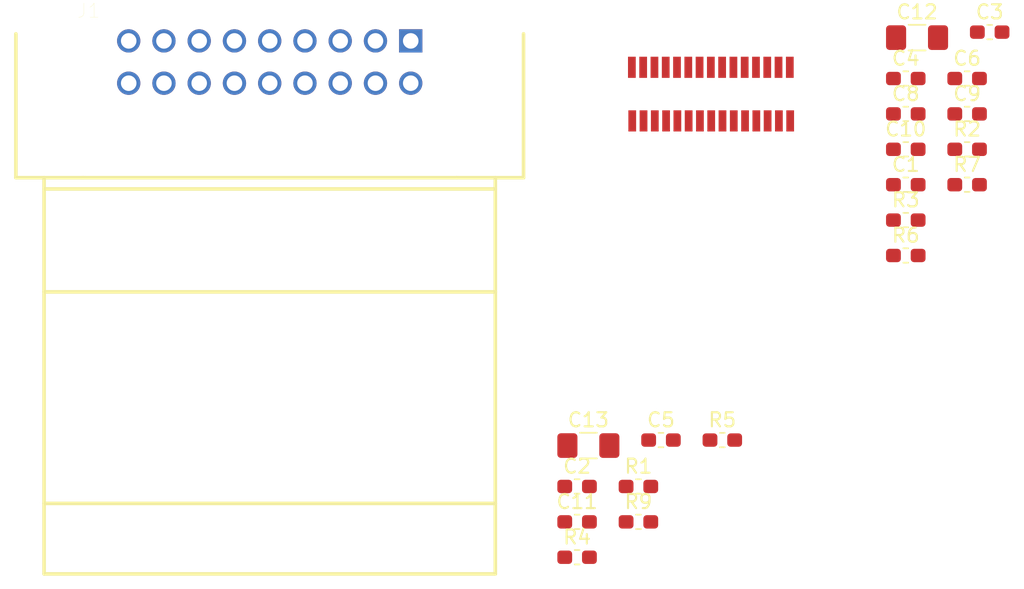
<source format=kicad_pcb>
(kicad_pcb (version 20171130) (host pcbnew "(5.1.2)-2")

  (general
    (thickness 1.6)
    (drawings 0)
    (tracks 0)
    (zones 0)
    (modules 22)
    (nets 46)
  )

  (page A4)
  (layers
    (0 F.Cu signal)
    (31 B.Cu signal)
    (32 B.Adhes user)
    (33 F.Adhes user)
    (34 B.Paste user)
    (35 F.Paste user)
    (36 B.SilkS user)
    (37 F.SilkS user)
    (38 B.Mask user)
    (39 F.Mask user)
    (40 Dwgs.User user)
    (41 Cmts.User user)
    (42 Eco1.User user)
    (43 Eco2.User user)
    (44 Edge.Cuts user)
    (45 Margin user)
    (46 B.CrtYd user)
    (47 F.CrtYd user)
    (48 B.Fab user)
    (49 F.Fab user)
  )

  (setup
    (last_trace_width 0.25)
    (trace_clearance 0.2)
    (zone_clearance 0.508)
    (zone_45_only no)
    (trace_min 0.2)
    (via_size 0.8)
    (via_drill 0.4)
    (via_min_size 0.4)
    (via_min_drill 0.3)
    (uvia_size 0.3)
    (uvia_drill 0.1)
    (uvias_allowed no)
    (uvia_min_size 0.2)
    (uvia_min_drill 0.1)
    (edge_width 0.1)
    (segment_width 0.2)
    (pcb_text_width 0.3)
    (pcb_text_size 1.5 1.5)
    (mod_edge_width 0.15)
    (mod_text_size 1 1)
    (mod_text_width 0.15)
    (pad_size 1.524 1.524)
    (pad_drill 0.762)
    (pad_to_mask_clearance 0)
    (aux_axis_origin 0 0)
    (visible_elements FFFFFF7F)
    (pcbplotparams
      (layerselection 0x010fc_ffffffff)
      (usegerberextensions false)
      (usegerberattributes false)
      (usegerberadvancedattributes false)
      (creategerberjobfile false)
      (excludeedgelayer true)
      (linewidth 0.100000)
      (plotframeref false)
      (viasonmask false)
      (mode 1)
      (useauxorigin false)
      (hpglpennumber 1)
      (hpglpenspeed 20)
      (hpglpendiameter 15.000000)
      (psnegative false)
      (psa4output false)
      (plotreference true)
      (plotvalue true)
      (plotinvisibletext false)
      (padsonsilk false)
      (subtractmaskfromsilk false)
      (outputformat 1)
      (mirror false)
      (drillshape 1)
      (scaleselection 1)
      (outputdirectory ""))
  )

  (net 0 "")
  (net 1 GND)
  (net 2 TPS1_Filtered)
  (net 3 TPS2_Filtered)
  (net 4 PWR)
  (net 5 Feedback)
  (net 6 OUT1)
  (net 7 OUT2)
  (net 8 "Net-(C10-Pad2)")
  (net 9 "Net-(J1-Pad3)")
  (net 10 "Net-(J1-Pad4)")
  (net 11 "Net-(J1-Pad5)")
  (net 12 "Net-(J1-Pad6)")
  (net 13 "Net-(J1-Pad7)")
  (net 14 "Net-(J1-Pad8)")
  (net 15 "Net-(J1-Pad9)")
  (net 16 "Net-(J1-Pad12)")
  (net 17 "Net-(J1-Pad13)")
  (net 18 "Net-(J1-Pad14)")
  (net 19 "Net-(J1-Pad15)")
  (net 20 "Net-(J1-Pad16)")
  (net 21 "Net-(J1-Pad17)")
  (net 22 "Net-(J1-Pad18)")
  (net 23 TPS1)
  (net 24 TPS2)
  (net 25 "Net-(D3-Pad1)")
  (net 26 "Net-(D5-Pad1)")
  (net 27 +5V)
  (net 28 SFlag)
  (net 29 CANL)
  (net 30 CANH)
  (net 31 "Net-(U1-Pad25)")
  (net 32 "Net-(U1-Pad23)")
  (net 33 "Net-(U1-Pad22)")
  (net 34 "Net-(U1-Pad20)")
  (net 35 "Net-(U1-Pad17)")
  (net 36 EN_D2)
  (net 37 "Net-(U1-Pad14)")
  (net 38 D1)
  (net 39 "Net-(U1-Pad12)")
  (net 40 "Net-(U1-Pad11)")
  (net 41 "Net-(U1-Pad10)")
  (net 42 "Net-(U1-Pad7)")
  (net 43 "Net-(U1-Pad5)")
  (net 44 "Net-(U1-Pad3)")
  (net 45 "Net-(U1-Pad1)")

  (net_class Default "This is the default net class."
    (clearance 0.2)
    (trace_width 0.25)
    (via_dia 0.8)
    (via_drill 0.4)
    (uvia_dia 0.3)
    (uvia_drill 0.1)
    (add_net +5V)
    (add_net CANH)
    (add_net CANL)
    (add_net D1)
    (add_net EN_D2)
    (add_net Feedback)
    (add_net GND)
    (add_net "Net-(C10-Pad2)")
    (add_net "Net-(D3-Pad1)")
    (add_net "Net-(D5-Pad1)")
    (add_net "Net-(J1-Pad12)")
    (add_net "Net-(J1-Pad13)")
    (add_net "Net-(J1-Pad14)")
    (add_net "Net-(J1-Pad15)")
    (add_net "Net-(J1-Pad16)")
    (add_net "Net-(J1-Pad17)")
    (add_net "Net-(J1-Pad18)")
    (add_net "Net-(J1-Pad3)")
    (add_net "Net-(J1-Pad4)")
    (add_net "Net-(J1-Pad5)")
    (add_net "Net-(J1-Pad6)")
    (add_net "Net-(J1-Pad7)")
    (add_net "Net-(J1-Pad8)")
    (add_net "Net-(J1-Pad9)")
    (add_net "Net-(U1-Pad1)")
    (add_net "Net-(U1-Pad10)")
    (add_net "Net-(U1-Pad11)")
    (add_net "Net-(U1-Pad12)")
    (add_net "Net-(U1-Pad14)")
    (add_net "Net-(U1-Pad17)")
    (add_net "Net-(U1-Pad20)")
    (add_net "Net-(U1-Pad22)")
    (add_net "Net-(U1-Pad23)")
    (add_net "Net-(U1-Pad25)")
    (add_net "Net-(U1-Pad3)")
    (add_net "Net-(U1-Pad5)")
    (add_net "Net-(U1-Pad7)")
    (add_net OUT1)
    (add_net OUT2)
    (add_net PWR)
    (add_net SFlag)
    (add_net TPS1)
    (add_net TPS1_Filtered)
    (add_net TPS2)
    (add_net TPS2_Filtered)
  )

  (module ETBC_2020:ACM_2020_Footprint_wo_silk (layer F.Cu) (tedit 5E323B5E) (tstamp 5E5E88F5)
    (at 143.871835 99.4676)
    (descr IL-WX-10SB-VF-BE)
    (tags Connector)
    (path /5E29AD50)
    (fp_text reference U1 (at -0.127 0 180) (layer Eco1.User)
      (effects (font (size 1.27 1.27) (thickness 0.254)))
    )
    (fp_text value ACM_2020 (at 0.254 4.445 180) (layer Eco1.User) hide
      (effects (font (size 1.27 1.27) (thickness 0.254)))
    )
    (fp_text user %R (at -0.127 0 180) (layer F.Fab)
      (effects (font (size 1.27 1.27) (thickness 0.254)))
    )
    (fp_line (start -5.842 -1.6) (end 5.873 -1.6) (layer F.Fab) (width 0.2))
    (fp_line (start 5.873 -1.6) (end 5.873 1.6) (layer F.Fab) (width 0.2))
    (fp_line (start 5.873 1.6) (end -5.842 1.6) (layer F.Fab) (width 0.2))
    (fp_line (start -5.842 1.6) (end -5.842 -1.6) (layer F.Fab) (width 0.2))
    (fp_line (start -6.9 -3.65) (end 6.9 -3.65) (layer F.CrtYd) (width 0.1))
    (fp_line (start 6.9 -3.65) (end 6.9 3.65) (layer F.CrtYd) (width 0.1))
    (fp_line (start 6.9 3.65) (end -6.9 3.65) (layer F.CrtYd) (width 0.1))
    (fp_line (start -6.9 3.65) (end -6.9 -3.65) (layer F.CrtYd) (width 0.1))
    (fp_line (start -11 -5) (end 11 -5) (layer Dwgs.User) (width 0.3))
    (fp_line (start -11 -5) (end -11 20) (layer Dwgs.User) (width 0.3))
    (fp_line (start 11 22.634393) (end -9.026231 22.634393) (layer Dwgs.User) (width 0.3))
    (fp_line (start 11 -5) (end 11 22.634393) (layer Dwgs.User) (width 0.3))
    (fp_arc (start -8.5635 20.2311) (end -11 20) (angle -84.5) (layer Dwgs.User) (width 0.3))
    (pad 30 smd rect (at -5.6 -1.9) (size 0.55 1.5) (layers F.Cu F.Paste F.Mask)
      (net 4 PWR))
    (pad 29 smd rect (at -5.5746 1.9) (size 0.55 1.5) (layers F.Cu F.Paste F.Mask)
      (net 29 CANL))
    (pad 28 smd rect (at -4.8 -1.9) (size 0.55 1.5) (layers F.Cu F.Paste F.Mask)
      (net 27 +5V))
    (pad 27 smd rect (at -4.7746 1.9) (size 0.55 1.5) (layers F.Cu F.Paste F.Mask)
      (net 30 CANH))
    (pad 26 smd rect (at -4 -1.9) (size 0.55 1.5) (layers F.Cu F.Paste F.Mask)
      (net 27 +5V))
    (pad 25 smd rect (at -3.9746 1.9) (size 0.55 1.5) (layers F.Cu F.Paste F.Mask)
      (net 31 "Net-(U1-Pad25)"))
    (pad 24 smd rect (at -3.2 -1.9) (size 0.55 1.5) (layers F.Cu F.Paste F.Mask)
      (net 27 +5V))
    (pad 23 smd rect (at -3.1746 1.9) (size 0.55 1.5) (layers F.Cu F.Paste F.Mask)
      (net 32 "Net-(U1-Pad23)"))
    (pad 22 smd rect (at -2.4 -1.9) (size 0.55 1.5) (layers F.Cu F.Paste F.Mask)
      (net 33 "Net-(U1-Pad22)"))
    (pad 21 smd rect (at -2.3746 1.9) (size 0.55 1.5) (layers F.Cu F.Paste F.Mask)
      (net 1 GND))
    (pad 20 smd rect (at -1.6 -1.9) (size 0.55 1.5) (layers F.Cu F.Paste F.Mask)
      (net 34 "Net-(U1-Pad20)"))
    (pad 19 smd rect (at -1.5746 1.9) (size 0.55 1.5) (layers F.Cu F.Paste F.Mask)
      (net 1 GND))
    (pad 18 smd rect (at -0.8 -1.9) (size 0.55 1.5) (layers F.Cu F.Paste F.Mask)
      (net 1 GND))
    (pad 17 smd rect (at -0.7746 1.9) (size 0.55 1.5) (layers F.Cu F.Paste F.Mask)
      (net 35 "Net-(U1-Pad17)"))
    (pad 16 smd rect (at 0 -1.9) (size 0.55 1.5) (layers F.Cu F.Paste F.Mask)
      (net 1 GND))
    (pad 15 smd rect (at 0.0254 1.9) (size 0.55 1.5) (layers F.Cu F.Paste F.Mask)
      (net 36 EN_D2))
    (pad 14 smd rect (at 0.8 -1.9) (size 0.55 1.5) (layers F.Cu F.Paste F.Mask)
      (net 37 "Net-(U1-Pad14)"))
    (pad 13 smd rect (at 0.8254 1.9) (size 0.55 1.5) (layers F.Cu F.Paste F.Mask)
      (net 38 D1))
    (pad 12 smd rect (at 1.6 -1.9) (size 0.55 1.5) (layers F.Cu F.Paste F.Mask)
      (net 39 "Net-(U1-Pad12)"))
    (pad 11 smd rect (at 1.6254 1.9) (size 0.55 1.5) (layers F.Cu F.Paste F.Mask)
      (net 40 "Net-(U1-Pad11)"))
    (pad 10 smd rect (at 2.4 -1.9) (size 0.55 1.5) (layers F.Cu F.Paste F.Mask)
      (net 41 "Net-(U1-Pad10)"))
    (pad 9 smd rect (at 2.4254 1.9) (size 0.55 1.5) (layers F.Cu F.Paste F.Mask)
      (net 1 GND))
    (pad 8 smd rect (at 3.2 -1.9) (size 0.55 1.5) (layers F.Cu F.Paste F.Mask)
      (net 5 Feedback))
    (pad 7 smd rect (at 3.2254 1.9) (size 0.55 1.5) (layers F.Cu F.Paste F.Mask)
      (net 42 "Net-(U1-Pad7)"))
    (pad 6 smd rect (at 4 -1.9) (size 0.55 1.5) (layers F.Cu F.Paste F.Mask)
      (net 28 SFlag))
    (pad 5 smd rect (at 4.0254 1.9) (size 0.55 1.5) (layers F.Cu F.Paste F.Mask)
      (net 43 "Net-(U1-Pad5)"))
    (pad 4 smd rect (at 4.8 -1.9) (size 0.55 1.5) (layers F.Cu F.Paste F.Mask)
      (net 2 TPS1_Filtered))
    (pad 3 smd rect (at 4.8254 1.9) (size 0.55 1.5) (layers F.Cu F.Paste F.Mask)
      (net 44 "Net-(U1-Pad3)"))
    (pad 2 smd rect (at 5.6 -1.9) (size 0.55 1.5) (layers F.Cu F.Paste F.Mask)
      (net 3 TPS2_Filtered))
    (pad 1 smd rect (at 5.6254 1.9) (size 0.55 1.5) (layers F.Cu F.Paste F.Mask)
      (net 45 "Net-(U1-Pad1)"))
    (pad "" np_thru_hole circle (at -6.5 1.3) (size 0.7 0.7) (drill 0.7) (layers *.Cu *.Mask))
    (pad "" np_thru_hole circle (at 6.5 -1.3) (size 0.7 0.7) (drill 0.7) (layers *.Cu *.Mask))
    (pad "" np_thru_hole circle (at -8.422 19.912) (size 2.2 2.2) (drill 2.2) (layers *.Cu *.Mask))
    (model ${KIPRJMOD}/3d_objects/ACM-connector-pcb.step
      (offset (xyz -5.75 -0.75 1.25))
      (scale (xyz 1 1 1))
      (rotate (xyz -90 0 0))
    )
    (model ${KIPRJMOD}/3d_objects/ACM-pcb.wrl
      (offset (xyz -75.7 70.2 5.35))
      (scale (xyz 0.4 0.4 0.4))
      (rotate (xyz 0 0 0))
    )
  )

  (module Resistor_SMD:R_0603_1608Metric_Pad1.05x0.95mm_HandSolder (layer F.Cu) (tedit 5B301BBD) (tstamp 5E5E88C2)
    (at 138.7359 129.8026)
    (descr "Resistor SMD 0603 (1608 Metric), square (rectangular) end terminal, IPC_7351 nominal with elongated pad for handsoldering. (Body size source: http://www.tortai-tech.com/upload/download/2011102023233369053.pdf), generated with kicad-footprint-generator")
    (tags "resistor handsolder")
    (path /5E339186)
    (attr smd)
    (fp_text reference R9 (at 0 -1.43) (layer F.SilkS)
      (effects (font (size 1 1) (thickness 0.15)))
    )
    (fp_text value 4.7K (at 0 1.43) (layer F.Fab)
      (effects (font (size 1 1) (thickness 0.15)))
    )
    (fp_text user %R (at 0 0) (layer F.Fab)
      (effects (font (size 0.4 0.4) (thickness 0.06)))
    )
    (fp_line (start 1.65 0.73) (end -1.65 0.73) (layer F.CrtYd) (width 0.05))
    (fp_line (start 1.65 -0.73) (end 1.65 0.73) (layer F.CrtYd) (width 0.05))
    (fp_line (start -1.65 -0.73) (end 1.65 -0.73) (layer F.CrtYd) (width 0.05))
    (fp_line (start -1.65 0.73) (end -1.65 -0.73) (layer F.CrtYd) (width 0.05))
    (fp_line (start -0.171267 0.51) (end 0.171267 0.51) (layer F.SilkS) (width 0.12))
    (fp_line (start -0.171267 -0.51) (end 0.171267 -0.51) (layer F.SilkS) (width 0.12))
    (fp_line (start 0.8 0.4) (end -0.8 0.4) (layer F.Fab) (width 0.1))
    (fp_line (start 0.8 -0.4) (end 0.8 0.4) (layer F.Fab) (width 0.1))
    (fp_line (start -0.8 -0.4) (end 0.8 -0.4) (layer F.Fab) (width 0.1))
    (fp_line (start -0.8 0.4) (end -0.8 -0.4) (layer F.Fab) (width 0.1))
    (pad 2 smd roundrect (at 0.875 0) (size 1.05 0.95) (layers F.Cu F.Paste F.Mask) (roundrect_rratio 0.25)
      (net 27 +5V))
    (pad 1 smd roundrect (at -0.875 0) (size 1.05 0.95) (layers F.Cu F.Paste F.Mask) (roundrect_rratio 0.25)
      (net 28 SFlag))
    (model ${KISYS3DMOD}/Resistor_SMD.3dshapes/R_0603_1608Metric.wrl
      (at (xyz 0 0 0))
      (scale (xyz 1 1 1))
      (rotate (xyz 0 0 0))
    )
  )

  (module Resistor_SMD:R_0603_1608Metric_Pad1.05x0.95mm_HandSolder (layer F.Cu) (tedit 5B301BBD) (tstamp 5E5E88B1)
    (at 162.0459 105.8926)
    (descr "Resistor SMD 0603 (1608 Metric), square (rectangular) end terminal, IPC_7351 nominal with elongated pad for handsoldering. (Body size source: http://www.tortai-tech.com/upload/download/2011102023233369053.pdf), generated with kicad-footprint-generator")
    (tags "resistor handsolder")
    (path /5E33DEA1)
    (attr smd)
    (fp_text reference R7 (at 0 -1.43) (layer F.SilkS)
      (effects (font (size 1 1) (thickness 0.15)))
    )
    (fp_text value 10K (at 0 1.43) (layer F.Fab)
      (effects (font (size 1 1) (thickness 0.15)))
    )
    (fp_text user %R (at 0 0) (layer F.Fab)
      (effects (font (size 0.4 0.4) (thickness 0.06)))
    )
    (fp_line (start 1.65 0.73) (end -1.65 0.73) (layer F.CrtYd) (width 0.05))
    (fp_line (start 1.65 -0.73) (end 1.65 0.73) (layer F.CrtYd) (width 0.05))
    (fp_line (start -1.65 -0.73) (end 1.65 -0.73) (layer F.CrtYd) (width 0.05))
    (fp_line (start -1.65 0.73) (end -1.65 -0.73) (layer F.CrtYd) (width 0.05))
    (fp_line (start -0.171267 0.51) (end 0.171267 0.51) (layer F.SilkS) (width 0.12))
    (fp_line (start -0.171267 -0.51) (end 0.171267 -0.51) (layer F.SilkS) (width 0.12))
    (fp_line (start 0.8 0.4) (end -0.8 0.4) (layer F.Fab) (width 0.1))
    (fp_line (start 0.8 -0.4) (end 0.8 0.4) (layer F.Fab) (width 0.1))
    (fp_line (start -0.8 -0.4) (end 0.8 -0.4) (layer F.Fab) (width 0.1))
    (fp_line (start -0.8 0.4) (end -0.8 -0.4) (layer F.Fab) (width 0.1))
    (pad 2 smd roundrect (at 0.875 0) (size 1.05 0.95) (layers F.Cu F.Paste F.Mask) (roundrect_rratio 0.25)
      (net 6 OUT1))
    (pad 1 smd roundrect (at -0.875 0) (size 1.05 0.95) (layers F.Cu F.Paste F.Mask) (roundrect_rratio 0.25)
      (net 26 "Net-(D5-Pad1)"))
    (model ${KISYS3DMOD}/Resistor_SMD.3dshapes/R_0603_1608Metric.wrl
      (at (xyz 0 0 0))
      (scale (xyz 1 1 1))
      (rotate (xyz 0 0 0))
    )
  )

  (module Resistor_SMD:R_0603_1608Metric_Pad1.05x0.95mm_HandSolder (layer F.Cu) (tedit 5B301BBD) (tstamp 5E5E88A0)
    (at 157.6959 110.9126)
    (descr "Resistor SMD 0603 (1608 Metric), square (rectangular) end terminal, IPC_7351 nominal with elongated pad for handsoldering. (Body size source: http://www.tortai-tech.com/upload/download/2011102023233369053.pdf), generated with kicad-footprint-generator")
    (tags "resistor handsolder")
    (path /5E33C909)
    (attr smd)
    (fp_text reference R6 (at 0 -1.43) (layer F.SilkS)
      (effects (font (size 1 1) (thickness 0.15)))
    )
    (fp_text value 10K (at 0 1.43) (layer F.Fab)
      (effects (font (size 1 1) (thickness 0.15)))
    )
    (fp_text user %R (at 0 0) (layer F.Fab)
      (effects (font (size 0.4 0.4) (thickness 0.06)))
    )
    (fp_line (start 1.65 0.73) (end -1.65 0.73) (layer F.CrtYd) (width 0.05))
    (fp_line (start 1.65 -0.73) (end 1.65 0.73) (layer F.CrtYd) (width 0.05))
    (fp_line (start -1.65 -0.73) (end 1.65 -0.73) (layer F.CrtYd) (width 0.05))
    (fp_line (start -1.65 0.73) (end -1.65 -0.73) (layer F.CrtYd) (width 0.05))
    (fp_line (start -0.171267 0.51) (end 0.171267 0.51) (layer F.SilkS) (width 0.12))
    (fp_line (start -0.171267 -0.51) (end 0.171267 -0.51) (layer F.SilkS) (width 0.12))
    (fp_line (start 0.8 0.4) (end -0.8 0.4) (layer F.Fab) (width 0.1))
    (fp_line (start 0.8 -0.4) (end 0.8 0.4) (layer F.Fab) (width 0.1))
    (fp_line (start -0.8 -0.4) (end 0.8 -0.4) (layer F.Fab) (width 0.1))
    (fp_line (start -0.8 0.4) (end -0.8 -0.4) (layer F.Fab) (width 0.1))
    (pad 2 smd roundrect (at 0.875 0) (size 1.05 0.95) (layers F.Cu F.Paste F.Mask) (roundrect_rratio 0.25)
      (net 7 OUT2))
    (pad 1 smd roundrect (at -0.875 0) (size 1.05 0.95) (layers F.Cu F.Paste F.Mask) (roundrect_rratio 0.25)
      (net 25 "Net-(D3-Pad1)"))
    (model ${KISYS3DMOD}/Resistor_SMD.3dshapes/R_0603_1608Metric.wrl
      (at (xyz 0 0 0))
      (scale (xyz 1 1 1))
      (rotate (xyz 0 0 0))
    )
  )

  (module Resistor_SMD:R_0603_1608Metric_Pad1.05x0.95mm_HandSolder (layer F.Cu) (tedit 5B301BBD) (tstamp 5E5E888F)
    (at 144.6859 124.0026)
    (descr "Resistor SMD 0603 (1608 Metric), square (rectangular) end terminal, IPC_7351 nominal with elongated pad for handsoldering. (Body size source: http://www.tortai-tech.com/upload/download/2011102023233369053.pdf), generated with kicad-footprint-generator")
    (tags "resistor handsolder")
    (path /5E2FB095)
    (attr smd)
    (fp_text reference R5 (at 0 -1.43) (layer F.SilkS)
      (effects (font (size 1 1) (thickness 0.15)))
    )
    (fp_text value 270 (at 0 1.43) (layer F.Fab)
      (effects (font (size 1 1) (thickness 0.15)))
    )
    (fp_text user %R (at 0 0) (layer F.Fab)
      (effects (font (size 0.4 0.4) (thickness 0.06)))
    )
    (fp_line (start 1.65 0.73) (end -1.65 0.73) (layer F.CrtYd) (width 0.05))
    (fp_line (start 1.65 -0.73) (end 1.65 0.73) (layer F.CrtYd) (width 0.05))
    (fp_line (start -1.65 -0.73) (end 1.65 -0.73) (layer F.CrtYd) (width 0.05))
    (fp_line (start -1.65 0.73) (end -1.65 -0.73) (layer F.CrtYd) (width 0.05))
    (fp_line (start -0.171267 0.51) (end 0.171267 0.51) (layer F.SilkS) (width 0.12))
    (fp_line (start -0.171267 -0.51) (end 0.171267 -0.51) (layer F.SilkS) (width 0.12))
    (fp_line (start 0.8 0.4) (end -0.8 0.4) (layer F.Fab) (width 0.1))
    (fp_line (start 0.8 -0.4) (end 0.8 0.4) (layer F.Fab) (width 0.1))
    (fp_line (start -0.8 -0.4) (end 0.8 -0.4) (layer F.Fab) (width 0.1))
    (fp_line (start -0.8 0.4) (end -0.8 -0.4) (layer F.Fab) (width 0.1))
    (pad 2 smd roundrect (at 0.875 0) (size 1.05 0.95) (layers F.Cu F.Paste F.Mask) (roundrect_rratio 0.25)
      (net 1 GND))
    (pad 1 smd roundrect (at -0.875 0) (size 1.05 0.95) (layers F.Cu F.Paste F.Mask) (roundrect_rratio 0.25)
      (net 5 Feedback))
    (model ${KISYS3DMOD}/Resistor_SMD.3dshapes/R_0603_1608Metric.wrl
      (at (xyz 0 0 0))
      (scale (xyz 1 1 1))
      (rotate (xyz 0 0 0))
    )
  )

  (module Resistor_SMD:R_0603_1608Metric_Pad1.05x0.95mm_HandSolder (layer F.Cu) (tedit 5B301BBD) (tstamp 5E5E887E)
    (at 134.3859 132.3126)
    (descr "Resistor SMD 0603 (1608 Metric), square (rectangular) end terminal, IPC_7351 nominal with elongated pad for handsoldering. (Body size source: http://www.tortai-tech.com/upload/download/2011102023233369053.pdf), generated with kicad-footprint-generator")
    (tags "resistor handsolder")
    (path /5E38FCFD)
    (attr smd)
    (fp_text reference R4 (at 0 -1.43) (layer F.SilkS)
      (effects (font (size 1 1) (thickness 0.15)))
    )
    (fp_text value R_Small (at 0 1.43) (layer F.Fab)
      (effects (font (size 1 1) (thickness 0.15)))
    )
    (fp_text user %R (at 0 0) (layer F.Fab)
      (effects (font (size 0.4 0.4) (thickness 0.06)))
    )
    (fp_line (start 1.65 0.73) (end -1.65 0.73) (layer F.CrtYd) (width 0.05))
    (fp_line (start 1.65 -0.73) (end 1.65 0.73) (layer F.CrtYd) (width 0.05))
    (fp_line (start -1.65 -0.73) (end 1.65 -0.73) (layer F.CrtYd) (width 0.05))
    (fp_line (start -1.65 0.73) (end -1.65 -0.73) (layer F.CrtYd) (width 0.05))
    (fp_line (start -0.171267 0.51) (end 0.171267 0.51) (layer F.SilkS) (width 0.12))
    (fp_line (start -0.171267 -0.51) (end 0.171267 -0.51) (layer F.SilkS) (width 0.12))
    (fp_line (start 0.8 0.4) (end -0.8 0.4) (layer F.Fab) (width 0.1))
    (fp_line (start 0.8 -0.4) (end 0.8 0.4) (layer F.Fab) (width 0.1))
    (fp_line (start -0.8 -0.4) (end 0.8 -0.4) (layer F.Fab) (width 0.1))
    (fp_line (start -0.8 0.4) (end -0.8 -0.4) (layer F.Fab) (width 0.1))
    (pad 2 smd roundrect (at 0.875 0) (size 1.05 0.95) (layers F.Cu F.Paste F.Mask) (roundrect_rratio 0.25)
      (net 1 GND))
    (pad 1 smd roundrect (at -0.875 0) (size 1.05 0.95) (layers F.Cu F.Paste F.Mask) (roundrect_rratio 0.25)
      (net 3 TPS2_Filtered))
    (model ${KISYS3DMOD}/Resistor_SMD.3dshapes/R_0603_1608Metric.wrl
      (at (xyz 0 0 0))
      (scale (xyz 1 1 1))
      (rotate (xyz 0 0 0))
    )
  )

  (module Resistor_SMD:R_0603_1608Metric_Pad1.05x0.95mm_HandSolder (layer F.Cu) (tedit 5B301BBD) (tstamp 5E5E886D)
    (at 157.6959 108.4026)
    (descr "Resistor SMD 0603 (1608 Metric), square (rectangular) end terminal, IPC_7351 nominal with elongated pad for handsoldering. (Body size source: http://www.tortai-tech.com/upload/download/2011102023233369053.pdf), generated with kicad-footprint-generator")
    (tags "resistor handsolder")
    (path /5E3A3534)
    (attr smd)
    (fp_text reference R3 (at 0 -1.43) (layer F.SilkS)
      (effects (font (size 1 1) (thickness 0.15)))
    )
    (fp_text value R_Small (at 0 1.43) (layer F.Fab)
      (effects (font (size 1 1) (thickness 0.15)))
    )
    (fp_text user %R (at 0 0) (layer F.Fab)
      (effects (font (size 0.4 0.4) (thickness 0.06)))
    )
    (fp_line (start 1.65 0.73) (end -1.65 0.73) (layer F.CrtYd) (width 0.05))
    (fp_line (start 1.65 -0.73) (end 1.65 0.73) (layer F.CrtYd) (width 0.05))
    (fp_line (start -1.65 -0.73) (end 1.65 -0.73) (layer F.CrtYd) (width 0.05))
    (fp_line (start -1.65 0.73) (end -1.65 -0.73) (layer F.CrtYd) (width 0.05))
    (fp_line (start -0.171267 0.51) (end 0.171267 0.51) (layer F.SilkS) (width 0.12))
    (fp_line (start -0.171267 -0.51) (end 0.171267 -0.51) (layer F.SilkS) (width 0.12))
    (fp_line (start 0.8 0.4) (end -0.8 0.4) (layer F.Fab) (width 0.1))
    (fp_line (start 0.8 -0.4) (end 0.8 0.4) (layer F.Fab) (width 0.1))
    (fp_line (start -0.8 -0.4) (end 0.8 -0.4) (layer F.Fab) (width 0.1))
    (fp_line (start -0.8 0.4) (end -0.8 -0.4) (layer F.Fab) (width 0.1))
    (pad 2 smd roundrect (at 0.875 0) (size 1.05 0.95) (layers F.Cu F.Paste F.Mask) (roundrect_rratio 0.25)
      (net 1 GND))
    (pad 1 smd roundrect (at -0.875 0) (size 1.05 0.95) (layers F.Cu F.Paste F.Mask) (roundrect_rratio 0.25)
      (net 2 TPS1_Filtered))
    (model ${KISYS3DMOD}/Resistor_SMD.3dshapes/R_0603_1608Metric.wrl
      (at (xyz 0 0 0))
      (scale (xyz 1 1 1))
      (rotate (xyz 0 0 0))
    )
  )

  (module Resistor_SMD:R_0603_1608Metric_Pad1.05x0.95mm_HandSolder (layer F.Cu) (tedit 5B301BBD) (tstamp 5E5E885C)
    (at 162.0459 103.3826)
    (descr "Resistor SMD 0603 (1608 Metric), square (rectangular) end terminal, IPC_7351 nominal with elongated pad for handsoldering. (Body size source: http://www.tortai-tech.com/upload/download/2011102023233369053.pdf), generated with kicad-footprint-generator")
    (tags "resistor handsolder")
    (path /5E38E865)
    (attr smd)
    (fp_text reference R2 (at 0 -1.43) (layer F.SilkS)
      (effects (font (size 1 1) (thickness 0.15)))
    )
    (fp_text value R_Small (at 0 1.43) (layer F.Fab)
      (effects (font (size 1 1) (thickness 0.15)))
    )
    (fp_text user %R (at 0 0) (layer F.Fab)
      (effects (font (size 0.4 0.4) (thickness 0.06)))
    )
    (fp_line (start 1.65 0.73) (end -1.65 0.73) (layer F.CrtYd) (width 0.05))
    (fp_line (start 1.65 -0.73) (end 1.65 0.73) (layer F.CrtYd) (width 0.05))
    (fp_line (start -1.65 -0.73) (end 1.65 -0.73) (layer F.CrtYd) (width 0.05))
    (fp_line (start -1.65 0.73) (end -1.65 -0.73) (layer F.CrtYd) (width 0.05))
    (fp_line (start -0.171267 0.51) (end 0.171267 0.51) (layer F.SilkS) (width 0.12))
    (fp_line (start -0.171267 -0.51) (end 0.171267 -0.51) (layer F.SilkS) (width 0.12))
    (fp_line (start 0.8 0.4) (end -0.8 0.4) (layer F.Fab) (width 0.1))
    (fp_line (start 0.8 -0.4) (end 0.8 0.4) (layer F.Fab) (width 0.1))
    (fp_line (start -0.8 -0.4) (end 0.8 -0.4) (layer F.Fab) (width 0.1))
    (fp_line (start -0.8 0.4) (end -0.8 -0.4) (layer F.Fab) (width 0.1))
    (pad 2 smd roundrect (at 0.875 0) (size 1.05 0.95) (layers F.Cu F.Paste F.Mask) (roundrect_rratio 0.25)
      (net 24 TPS2))
    (pad 1 smd roundrect (at -0.875 0) (size 1.05 0.95) (layers F.Cu F.Paste F.Mask) (roundrect_rratio 0.25)
      (net 3 TPS2_Filtered))
    (model ${KISYS3DMOD}/Resistor_SMD.3dshapes/R_0603_1608Metric.wrl
      (at (xyz 0 0 0))
      (scale (xyz 1 1 1))
      (rotate (xyz 0 0 0))
    )
  )

  (module Resistor_SMD:R_0603_1608Metric_Pad1.05x0.95mm_HandSolder (layer F.Cu) (tedit 5B301BBD) (tstamp 5E5E884B)
    (at 138.7359 127.2926)
    (descr "Resistor SMD 0603 (1608 Metric), square (rectangular) end terminal, IPC_7351 nominal with elongated pad for handsoldering. (Body size source: http://www.tortai-tech.com/upload/download/2011102023233369053.pdf), generated with kicad-footprint-generator")
    (tags "resistor handsolder")
    (path /5E3A3528)
    (attr smd)
    (fp_text reference R1 (at 0 -1.43) (layer F.SilkS)
      (effects (font (size 1 1) (thickness 0.15)))
    )
    (fp_text value R_Small (at 0 1.43) (layer F.Fab)
      (effects (font (size 1 1) (thickness 0.15)))
    )
    (fp_text user %R (at 0 0) (layer F.Fab)
      (effects (font (size 0.4 0.4) (thickness 0.06)))
    )
    (fp_line (start 1.65 0.73) (end -1.65 0.73) (layer F.CrtYd) (width 0.05))
    (fp_line (start 1.65 -0.73) (end 1.65 0.73) (layer F.CrtYd) (width 0.05))
    (fp_line (start -1.65 -0.73) (end 1.65 -0.73) (layer F.CrtYd) (width 0.05))
    (fp_line (start -1.65 0.73) (end -1.65 -0.73) (layer F.CrtYd) (width 0.05))
    (fp_line (start -0.171267 0.51) (end 0.171267 0.51) (layer F.SilkS) (width 0.12))
    (fp_line (start -0.171267 -0.51) (end 0.171267 -0.51) (layer F.SilkS) (width 0.12))
    (fp_line (start 0.8 0.4) (end -0.8 0.4) (layer F.Fab) (width 0.1))
    (fp_line (start 0.8 -0.4) (end 0.8 0.4) (layer F.Fab) (width 0.1))
    (fp_line (start -0.8 -0.4) (end 0.8 -0.4) (layer F.Fab) (width 0.1))
    (fp_line (start -0.8 0.4) (end -0.8 -0.4) (layer F.Fab) (width 0.1))
    (pad 2 smd roundrect (at 0.875 0) (size 1.05 0.95) (layers F.Cu F.Paste F.Mask) (roundrect_rratio 0.25)
      (net 23 TPS1))
    (pad 1 smd roundrect (at -0.875 0) (size 1.05 0.95) (layers F.Cu F.Paste F.Mask) (roundrect_rratio 0.25)
      (net 2 TPS1_Filtered))
    (model ${KISYS3DMOD}/Resistor_SMD.3dshapes/R_0603_1608Metric.wrl
      (at (xyz 0 0 0))
      (scale (xyz 1 1 1))
      (rotate (xyz 0 0 0))
    )
  )

  (module ETBC_2020:JAE_MX23A18NF1 (layer F.Cu) (tedit 5E29572B) (tstamp 5E5E883A)
    (at 112.5879 100.1946)
    (path /5E3AE990)
    (fp_text reference J1 (at -12.839525 -6.642495) (layer F.SilkS)
      (effects (font (size 1.001126 1.001126) (thickness 0.015)))
    )
    (fp_text value Conn_02x09_Top_Bottom (at 15.39146 -6.63564) (layer F.Fab)
      (effects (font (size 1.000094 1.000094) (thickness 0.015)))
    )
    (fp_line (start 18 -5) (end 18 5.2) (layer F.SilkS) (width 0.254))
    (fp_line (start 16 13.3) (end 16 28.3) (layer F.SilkS) (width 0.254))
    (fp_line (start 16 28.3) (end -16 28.3) (layer F.SilkS) (width 0.254))
    (fp_line (start -16 28.3) (end -16 13.3) (layer F.SilkS) (width 0.254))
    (fp_line (start -18 5.2) (end -18 -5) (layer F.SilkS) (width 0.254))
    (fp_line (start 18 5.2) (end 13.25 5.2) (layer F.SilkS) (width 0.254))
    (fp_line (start 13.25 5.2) (end -13.25 5.2) (layer F.SilkS) (width 0.254))
    (fp_line (start -13.25 5.2) (end -18 5.2) (layer F.SilkS) (width 0.254))
    (fp_line (start 16 13.3) (end -16 13.3) (layer F.SilkS) (width 0.254))
    (fp_line (start 16 33.3) (end -16 33.3) (layer F.SilkS) (width 0.254))
    (fp_line (start -16 28.3) (end -16 33.3) (layer F.SilkS) (width 0.254))
    (fp_line (start 16 28.3) (end 16 33.3) (layer F.SilkS) (width 0.254))
    (fp_line (start -16 6) (end 16 6) (layer F.SilkS) (width 0.254))
    (fp_text user PCB~Edge (at 5.13303 8.01253) (layer F.Fab)
      (effects (font (size 1.001567 1.001567) (thickness 0.015)))
    )
    (fp_line (start -19 -5.75) (end 19 -5.75) (layer F.CrtYd) (width 0.254))
    (fp_line (start 19 -5.75) (end 19 33.75) (layer F.CrtYd) (width 0.254))
    (fp_line (start 19 33.75) (end -19 33.75) (layer F.CrtYd) (width 0.254))
    (fp_line (start -19 33.75) (end -19 -5.75) (layer F.CrtYd) (width 0.254))
    (fp_line (start -16 13.3) (end -16 5.2) (layer F.SilkS) (width 0.254))
    (fp_line (start 16 13.3) (end 16 5.2) (layer F.SilkS) (width 0.254))
    (pad 1 thru_hole rect (at 10 -4.5) (size 1.65 1.65) (drill 1.1) (layers *.Cu *.Mask)
      (net 6 OUT1))
    (pad 2 thru_hole circle (at 7.5 -4.5) (size 1.65 1.65) (drill 1.1) (layers *.Cu *.Mask)
      (net 6 OUT1))
    (pad 3 thru_hole circle (at 5 -4.5) (size 1.65 1.65) (drill 1.1) (layers *.Cu *.Mask)
      (net 9 "Net-(J1-Pad3)"))
    (pad 4 thru_hole circle (at 2.5 -4.5) (size 1.65 1.65) (drill 1.1) (layers *.Cu *.Mask)
      (net 10 "Net-(J1-Pad4)"))
    (pad 5 thru_hole circle (at 0 -4.5) (size 1.65 1.65) (drill 1.1) (layers *.Cu *.Mask)
      (net 11 "Net-(J1-Pad5)"))
    (pad 6 thru_hole circle (at -2.5 -4.5) (size 1.65 1.65) (drill 1.1) (layers *.Cu *.Mask)
      (net 12 "Net-(J1-Pad6)"))
    (pad 7 thru_hole circle (at -5 -4.5 90) (size 1.65 1.65) (drill 1.1) (layers *.Cu *.Mask)
      (net 13 "Net-(J1-Pad7)"))
    (pad 8 thru_hole circle (at -7.5 -4.5) (size 1.65 1.65) (drill 1.1) (layers *.Cu *.Mask)
      (net 14 "Net-(J1-Pad8)"))
    (pad 9 thru_hole circle (at -10 -4.5) (size 1.65 1.65) (drill 1.1) (layers *.Cu *.Mask)
      (net 15 "Net-(J1-Pad9)"))
    (pad 10 thru_hole circle (at 10 -1.5) (size 1.65 1.65) (drill 1.1) (layers *.Cu *.Mask)
      (net 7 OUT2))
    (pad 11 thru_hole circle (at 7.5 -1.5) (size 1.65 1.65) (drill 1.1) (layers *.Cu *.Mask)
      (net 7 OUT2))
    (pad 12 thru_hole circle (at 5 -1.5) (size 1.65 1.65) (drill 1.1) (layers *.Cu *.Mask)
      (net 16 "Net-(J1-Pad12)"))
    (pad "" np_thru_hole circle (at -15.5 0) (size 3.2 3.2) (drill 3.2) (layers *.Cu *.Mask))
    (pad "" np_thru_hole circle (at 15.5 0) (size 3.2 3.2) (drill 3.2) (layers *.Cu *.Mask))
    (pad 13 thru_hole circle (at 2.5 -1.5) (size 1.65 1.65) (drill 1.1) (layers *.Cu *.Mask)
      (net 17 "Net-(J1-Pad13)"))
    (pad 14 thru_hole circle (at 0 -1.5) (size 1.65 1.65) (drill 1.1) (layers *.Cu *.Mask)
      (net 18 "Net-(J1-Pad14)"))
    (pad 15 thru_hole circle (at -2.5 -1.5) (size 1.65 1.65) (drill 1.1) (layers *.Cu *.Mask)
      (net 19 "Net-(J1-Pad15)"))
    (pad 16 thru_hole circle (at -5 -1.5) (size 1.65 1.65) (drill 1.1) (layers *.Cu *.Mask)
      (net 20 "Net-(J1-Pad16)"))
    (pad 17 thru_hole circle (at -7.5 -1.5) (size 1.65 1.65) (drill 1.1) (layers *.Cu *.Mask)
      (net 21 "Net-(J1-Pad17)"))
    (pad 18 thru_hole circle (at -10 -1.5) (size 1.65 1.65) (drill 1.1) (layers *.Cu *.Mask)
      (net 22 "Net-(J1-Pad18)"))
  )

  (module Capacitor_SMD:C_1206_3216Metric_Pad1.42x1.75mm_HandSolder (layer F.Cu) (tedit 5B301BBE) (tstamp 5E5E880E)
    (at 135.1859 124.3926)
    (descr "Capacitor SMD 1206 (3216 Metric), square (rectangular) end terminal, IPC_7351 nominal with elongated pad for handsoldering. (Body size source: http://www.tortai-tech.com/upload/download/2011102023233369053.pdf), generated with kicad-footprint-generator")
    (tags "capacitor handsolder")
    (path /5E38C578)
    (attr smd)
    (fp_text reference C13 (at 0 -1.82) (layer F.SilkS)
      (effects (font (size 1 1) (thickness 0.15)))
    )
    (fp_text value 10uF (at 0 1.82) (layer F.Fab)
      (effects (font (size 1 1) (thickness 0.15)))
    )
    (fp_text user %R (at 0 0) (layer F.Fab)
      (effects (font (size 0.8 0.8) (thickness 0.12)))
    )
    (fp_line (start 2.45 1.12) (end -2.45 1.12) (layer F.CrtYd) (width 0.05))
    (fp_line (start 2.45 -1.12) (end 2.45 1.12) (layer F.CrtYd) (width 0.05))
    (fp_line (start -2.45 -1.12) (end 2.45 -1.12) (layer F.CrtYd) (width 0.05))
    (fp_line (start -2.45 1.12) (end -2.45 -1.12) (layer F.CrtYd) (width 0.05))
    (fp_line (start -0.602064 0.91) (end 0.602064 0.91) (layer F.SilkS) (width 0.12))
    (fp_line (start -0.602064 -0.91) (end 0.602064 -0.91) (layer F.SilkS) (width 0.12))
    (fp_line (start 1.6 0.8) (end -1.6 0.8) (layer F.Fab) (width 0.1))
    (fp_line (start 1.6 -0.8) (end 1.6 0.8) (layer F.Fab) (width 0.1))
    (fp_line (start -1.6 -0.8) (end 1.6 -0.8) (layer F.Fab) (width 0.1))
    (fp_line (start -1.6 0.8) (end -1.6 -0.8) (layer F.Fab) (width 0.1))
    (pad 2 smd roundrect (at 1.4875 0) (size 1.425 1.75) (layers F.Cu F.Paste F.Mask) (roundrect_rratio 0.175439)
      (net 1 GND))
    (pad 1 smd roundrect (at -1.4875 0) (size 1.425 1.75) (layers F.Cu F.Paste F.Mask) (roundrect_rratio 0.175439)
      (net 4 PWR))
    (model ${KISYS3DMOD}/Capacitor_SMD.3dshapes/C_1206_3216Metric.wrl
      (at (xyz 0 0 0))
      (scale (xyz 1 1 1))
      (rotate (xyz 0 0 0))
    )
  )

  (module Capacitor_SMD:C_1206_3216Metric_Pad1.42x1.75mm_HandSolder (layer F.Cu) (tedit 5B301BBE) (tstamp 5E5E87FD)
    (at 158.4959 95.4626)
    (descr "Capacitor SMD 1206 (3216 Metric), square (rectangular) end terminal, IPC_7351 nominal with elongated pad for handsoldering. (Body size source: http://www.tortai-tech.com/upload/download/2011102023233369053.pdf), generated with kicad-footprint-generator")
    (tags "capacitor handsolder")
    (path /5E386C55)
    (attr smd)
    (fp_text reference C12 (at 0 -1.82) (layer F.SilkS)
      (effects (font (size 1 1) (thickness 0.15)))
    )
    (fp_text value 10uF (at 0 1.82) (layer F.Fab)
      (effects (font (size 1 1) (thickness 0.15)))
    )
    (fp_text user %R (at 0 0) (layer F.Fab)
      (effects (font (size 0.8 0.8) (thickness 0.12)))
    )
    (fp_line (start 2.45 1.12) (end -2.45 1.12) (layer F.CrtYd) (width 0.05))
    (fp_line (start 2.45 -1.12) (end 2.45 1.12) (layer F.CrtYd) (width 0.05))
    (fp_line (start -2.45 -1.12) (end 2.45 -1.12) (layer F.CrtYd) (width 0.05))
    (fp_line (start -2.45 1.12) (end -2.45 -1.12) (layer F.CrtYd) (width 0.05))
    (fp_line (start -0.602064 0.91) (end 0.602064 0.91) (layer F.SilkS) (width 0.12))
    (fp_line (start -0.602064 -0.91) (end 0.602064 -0.91) (layer F.SilkS) (width 0.12))
    (fp_line (start 1.6 0.8) (end -1.6 0.8) (layer F.Fab) (width 0.1))
    (fp_line (start 1.6 -0.8) (end 1.6 0.8) (layer F.Fab) (width 0.1))
    (fp_line (start -1.6 -0.8) (end 1.6 -0.8) (layer F.Fab) (width 0.1))
    (fp_line (start -1.6 0.8) (end -1.6 -0.8) (layer F.Fab) (width 0.1))
    (pad 2 smd roundrect (at 1.4875 0) (size 1.425 1.75) (layers F.Cu F.Paste F.Mask) (roundrect_rratio 0.175439)
      (net 1 GND))
    (pad 1 smd roundrect (at -1.4875 0) (size 1.425 1.75) (layers F.Cu F.Paste F.Mask) (roundrect_rratio 0.175439)
      (net 4 PWR))
    (model ${KISYS3DMOD}/Capacitor_SMD.3dshapes/C_1206_3216Metric.wrl
      (at (xyz 0 0 0))
      (scale (xyz 1 1 1))
      (rotate (xyz 0 0 0))
    )
  )

  (module Capacitor_SMD:C_0603_1608Metric_Pad1.05x0.95mm_HandSolder (layer F.Cu) (tedit 5B301BBE) (tstamp 5E5E87EC)
    (at 134.3859 129.8026)
    (descr "Capacitor SMD 0603 (1608 Metric), square (rectangular) end terminal, IPC_7351 nominal with elongated pad for handsoldering. (Body size source: http://www.tortai-tech.com/upload/download/2011102023233369053.pdf), generated with kicad-footprint-generator")
    (tags "capacitor handsolder")
    (path /5E334420)
    (attr smd)
    (fp_text reference C11 (at 0 -1.43) (layer F.SilkS)
      (effects (font (size 1 1) (thickness 0.15)))
    )
    (fp_text value 100nF (at 0 1.43) (layer F.Fab)
      (effects (font (size 1 1) (thickness 0.15)))
    )
    (fp_text user %R (at 0 0) (layer F.Fab)
      (effects (font (size 0.4 0.4) (thickness 0.06)))
    )
    (fp_line (start 1.65 0.73) (end -1.65 0.73) (layer F.CrtYd) (width 0.05))
    (fp_line (start 1.65 -0.73) (end 1.65 0.73) (layer F.CrtYd) (width 0.05))
    (fp_line (start -1.65 -0.73) (end 1.65 -0.73) (layer F.CrtYd) (width 0.05))
    (fp_line (start -1.65 0.73) (end -1.65 -0.73) (layer F.CrtYd) (width 0.05))
    (fp_line (start -0.171267 0.51) (end 0.171267 0.51) (layer F.SilkS) (width 0.12))
    (fp_line (start -0.171267 -0.51) (end 0.171267 -0.51) (layer F.SilkS) (width 0.12))
    (fp_line (start 0.8 0.4) (end -0.8 0.4) (layer F.Fab) (width 0.1))
    (fp_line (start 0.8 -0.4) (end 0.8 0.4) (layer F.Fab) (width 0.1))
    (fp_line (start -0.8 -0.4) (end 0.8 -0.4) (layer F.Fab) (width 0.1))
    (fp_line (start -0.8 0.4) (end -0.8 -0.4) (layer F.Fab) (width 0.1))
    (pad 2 smd roundrect (at 0.875 0) (size 1.05 0.95) (layers F.Cu F.Paste F.Mask) (roundrect_rratio 0.25)
      (net 1 GND))
    (pad 1 smd roundrect (at -0.875 0) (size 1.05 0.95) (layers F.Cu F.Paste F.Mask) (roundrect_rratio 0.25)
      (net 4 PWR))
    (model ${KISYS3DMOD}/Capacitor_SMD.3dshapes/C_0603_1608Metric.wrl
      (at (xyz 0 0 0))
      (scale (xyz 1 1 1))
      (rotate (xyz 0 0 0))
    )
  )

  (module Capacitor_SMD:C_0603_1608Metric_Pad1.05x0.95mm_HandSolder (layer F.Cu) (tedit 5B301BBE) (tstamp 5E5E87DB)
    (at 157.6959 103.3826)
    (descr "Capacitor SMD 0603 (1608 Metric), square (rectangular) end terminal, IPC_7351 nominal with elongated pad for handsoldering. (Body size source: http://www.tortai-tech.com/upload/download/2011102023233369053.pdf), generated with kicad-footprint-generator")
    (tags "capacitor handsolder")
    (path /5E372DF8)
    (attr smd)
    (fp_text reference C10 (at 0 -1.43) (layer F.SilkS)
      (effects (font (size 1 1) (thickness 0.15)))
    )
    (fp_text value 33nF (at 0 1.43) (layer F.Fab)
      (effects (font (size 1 1) (thickness 0.15)))
    )
    (fp_text user %R (at 0 0) (layer F.Fab)
      (effects (font (size 0.4 0.4) (thickness 0.06)))
    )
    (fp_line (start 1.65 0.73) (end -1.65 0.73) (layer F.CrtYd) (width 0.05))
    (fp_line (start 1.65 -0.73) (end 1.65 0.73) (layer F.CrtYd) (width 0.05))
    (fp_line (start -1.65 -0.73) (end 1.65 -0.73) (layer F.CrtYd) (width 0.05))
    (fp_line (start -1.65 0.73) (end -1.65 -0.73) (layer F.CrtYd) (width 0.05))
    (fp_line (start -0.171267 0.51) (end 0.171267 0.51) (layer F.SilkS) (width 0.12))
    (fp_line (start -0.171267 -0.51) (end 0.171267 -0.51) (layer F.SilkS) (width 0.12))
    (fp_line (start 0.8 0.4) (end -0.8 0.4) (layer F.Fab) (width 0.1))
    (fp_line (start 0.8 -0.4) (end 0.8 0.4) (layer F.Fab) (width 0.1))
    (fp_line (start -0.8 -0.4) (end 0.8 -0.4) (layer F.Fab) (width 0.1))
    (fp_line (start -0.8 0.4) (end -0.8 -0.4) (layer F.Fab) (width 0.1))
    (pad 2 smd roundrect (at 0.875 0) (size 1.05 0.95) (layers F.Cu F.Paste F.Mask) (roundrect_rratio 0.25)
      (net 8 "Net-(C10-Pad2)"))
    (pad 1 smd roundrect (at -0.875 0) (size 1.05 0.95) (layers F.Cu F.Paste F.Mask) (roundrect_rratio 0.25)
      (net 4 PWR))
    (model ${KISYS3DMOD}/Capacitor_SMD.3dshapes/C_0603_1608Metric.wrl
      (at (xyz 0 0 0))
      (scale (xyz 1 1 1))
      (rotate (xyz 0 0 0))
    )
  )

  (module Capacitor_SMD:C_0603_1608Metric_Pad1.05x0.95mm_HandSolder (layer F.Cu) (tedit 5B301BBE) (tstamp 5E5E87CA)
    (at 162.0459 100.8726)
    (descr "Capacitor SMD 0603 (1608 Metric), square (rectangular) end terminal, IPC_7351 nominal with elongated pad for handsoldering. (Body size source: http://www.tortai-tech.com/upload/download/2011102023233369053.pdf), generated with kicad-footprint-generator")
    (tags "capacitor handsolder")
    (path /5E334433)
    (attr smd)
    (fp_text reference C9 (at 0 -1.43) (layer F.SilkS)
      (effects (font (size 1 1) (thickness 0.15)))
    )
    (fp_text value 250uF (at 0 1.43) (layer F.Fab)
      (effects (font (size 1 1) (thickness 0.15)))
    )
    (fp_text user %R (at 0 0) (layer F.Fab)
      (effects (font (size 0.4 0.4) (thickness 0.06)))
    )
    (fp_line (start 1.65 0.73) (end -1.65 0.73) (layer F.CrtYd) (width 0.05))
    (fp_line (start 1.65 -0.73) (end 1.65 0.73) (layer F.CrtYd) (width 0.05))
    (fp_line (start -1.65 -0.73) (end 1.65 -0.73) (layer F.CrtYd) (width 0.05))
    (fp_line (start -1.65 0.73) (end -1.65 -0.73) (layer F.CrtYd) (width 0.05))
    (fp_line (start -0.171267 0.51) (end 0.171267 0.51) (layer F.SilkS) (width 0.12))
    (fp_line (start -0.171267 -0.51) (end 0.171267 -0.51) (layer F.SilkS) (width 0.12))
    (fp_line (start 0.8 0.4) (end -0.8 0.4) (layer F.Fab) (width 0.1))
    (fp_line (start 0.8 -0.4) (end 0.8 0.4) (layer F.Fab) (width 0.1))
    (fp_line (start -0.8 -0.4) (end 0.8 -0.4) (layer F.Fab) (width 0.1))
    (fp_line (start -0.8 0.4) (end -0.8 -0.4) (layer F.Fab) (width 0.1))
    (pad 2 smd roundrect (at 0.875 0) (size 1.05 0.95) (layers F.Cu F.Paste F.Mask) (roundrect_rratio 0.25)
      (net 1 GND))
    (pad 1 smd roundrect (at -0.875 0) (size 1.05 0.95) (layers F.Cu F.Paste F.Mask) (roundrect_rratio 0.25)
      (net 4 PWR))
    (model ${KISYS3DMOD}/Capacitor_SMD.3dshapes/C_0603_1608Metric.wrl
      (at (xyz 0 0 0))
      (scale (xyz 1 1 1))
      (rotate (xyz 0 0 0))
    )
  )

  (module Capacitor_SMD:C_0603_1608Metric_Pad1.05x0.95mm_HandSolder (layer F.Cu) (tedit 5B301BBE) (tstamp 5E5E87B9)
    (at 157.6959 100.8726)
    (descr "Capacitor SMD 0603 (1608 Metric), square (rectangular) end terminal, IPC_7351 nominal with elongated pad for handsoldering. (Body size source: http://www.tortai-tech.com/upload/download/2011102023233369053.pdf), generated with kicad-footprint-generator")
    (tags "capacitor handsolder")
    (path /5E325CF1)
    (attr smd)
    (fp_text reference C8 (at 0 -1.43) (layer F.SilkS)
      (effects (font (size 1 1) (thickness 0.15)))
    )
    (fp_text value 10nF (at 0 1.43) (layer F.Fab)
      (effects (font (size 1 1) (thickness 0.15)))
    )
    (fp_text user %R (at 0 0) (layer F.Fab)
      (effects (font (size 0.4 0.4) (thickness 0.06)))
    )
    (fp_line (start 1.65 0.73) (end -1.65 0.73) (layer F.CrtYd) (width 0.05))
    (fp_line (start 1.65 -0.73) (end 1.65 0.73) (layer F.CrtYd) (width 0.05))
    (fp_line (start -1.65 -0.73) (end 1.65 -0.73) (layer F.CrtYd) (width 0.05))
    (fp_line (start -1.65 0.73) (end -1.65 -0.73) (layer F.CrtYd) (width 0.05))
    (fp_line (start -0.171267 0.51) (end 0.171267 0.51) (layer F.SilkS) (width 0.12))
    (fp_line (start -0.171267 -0.51) (end 0.171267 -0.51) (layer F.SilkS) (width 0.12))
    (fp_line (start 0.8 0.4) (end -0.8 0.4) (layer F.Fab) (width 0.1))
    (fp_line (start 0.8 -0.4) (end 0.8 0.4) (layer F.Fab) (width 0.1))
    (fp_line (start -0.8 -0.4) (end 0.8 -0.4) (layer F.Fab) (width 0.1))
    (fp_line (start -0.8 0.4) (end -0.8 -0.4) (layer F.Fab) (width 0.1))
    (pad 2 smd roundrect (at 0.875 0) (size 1.05 0.95) (layers F.Cu F.Paste F.Mask) (roundrect_rratio 0.25)
      (net 1 GND))
    (pad 1 smd roundrect (at -0.875 0) (size 1.05 0.95) (layers F.Cu F.Paste F.Mask) (roundrect_rratio 0.25)
      (net 7 OUT2))
    (model ${KISYS3DMOD}/Capacitor_SMD.3dshapes/C_0603_1608Metric.wrl
      (at (xyz 0 0 0))
      (scale (xyz 1 1 1))
      (rotate (xyz 0 0 0))
    )
  )

  (module Capacitor_SMD:C_0603_1608Metric_Pad1.05x0.95mm_HandSolder (layer F.Cu) (tedit 5B301BBE) (tstamp 5E5E87A8)
    (at 162.0459 98.3626)
    (descr "Capacitor SMD 0603 (1608 Metric), square (rectangular) end terminal, IPC_7351 nominal with elongated pad for handsoldering. (Body size source: http://www.tortai-tech.com/upload/download/2011102023233369053.pdf), generated with kicad-footprint-generator")
    (tags "capacitor handsolder")
    (path /5E30FF92)
    (attr smd)
    (fp_text reference C6 (at 0 -1.43) (layer F.SilkS)
      (effects (font (size 1 1) (thickness 0.15)))
    )
    (fp_text value 10nF (at 0 1.43) (layer F.Fab)
      (effects (font (size 1 1) (thickness 0.15)))
    )
    (fp_text user %R (at 0 0) (layer F.Fab)
      (effects (font (size 0.4 0.4) (thickness 0.06)))
    )
    (fp_line (start 1.65 0.73) (end -1.65 0.73) (layer F.CrtYd) (width 0.05))
    (fp_line (start 1.65 -0.73) (end 1.65 0.73) (layer F.CrtYd) (width 0.05))
    (fp_line (start -1.65 -0.73) (end 1.65 -0.73) (layer F.CrtYd) (width 0.05))
    (fp_line (start -1.65 0.73) (end -1.65 -0.73) (layer F.CrtYd) (width 0.05))
    (fp_line (start -0.171267 0.51) (end 0.171267 0.51) (layer F.SilkS) (width 0.12))
    (fp_line (start -0.171267 -0.51) (end 0.171267 -0.51) (layer F.SilkS) (width 0.12))
    (fp_line (start 0.8 0.4) (end -0.8 0.4) (layer F.Fab) (width 0.1))
    (fp_line (start 0.8 -0.4) (end 0.8 0.4) (layer F.Fab) (width 0.1))
    (fp_line (start -0.8 -0.4) (end 0.8 -0.4) (layer F.Fab) (width 0.1))
    (fp_line (start -0.8 0.4) (end -0.8 -0.4) (layer F.Fab) (width 0.1))
    (pad 2 smd roundrect (at 0.875 0) (size 1.05 0.95) (layers F.Cu F.Paste F.Mask) (roundrect_rratio 0.25)
      (net 1 GND))
    (pad 1 smd roundrect (at -0.875 0) (size 1.05 0.95) (layers F.Cu F.Paste F.Mask) (roundrect_rratio 0.25)
      (net 6 OUT1))
    (model ${KISYS3DMOD}/Capacitor_SMD.3dshapes/C_0603_1608Metric.wrl
      (at (xyz 0 0 0))
      (scale (xyz 1 1 1))
      (rotate (xyz 0 0 0))
    )
  )

  (module Capacitor_SMD:C_0603_1608Metric_Pad1.05x0.95mm_HandSolder (layer F.Cu) (tedit 5B301BBE) (tstamp 5E5E8797)
    (at 140.3359 124.0026)
    (descr "Capacitor SMD 0603 (1608 Metric), square (rectangular) end terminal, IPC_7351 nominal with elongated pad for handsoldering. (Body size source: http://www.tortai-tech.com/upload/download/2011102023233369053.pdf), generated with kicad-footprint-generator")
    (tags "capacitor handsolder")
    (path /5E308477)
    (attr smd)
    (fp_text reference C5 (at 0 -1.43) (layer F.SilkS)
      (effects (font (size 1 1) (thickness 0.15)))
    )
    (fp_text value 100nF (at 0 1.43) (layer F.Fab)
      (effects (font (size 1 1) (thickness 0.15)))
    )
    (fp_text user %R (at 0 0) (layer F.Fab)
      (effects (font (size 0.4 0.4) (thickness 0.06)))
    )
    (fp_line (start 1.65 0.73) (end -1.65 0.73) (layer F.CrtYd) (width 0.05))
    (fp_line (start 1.65 -0.73) (end 1.65 0.73) (layer F.CrtYd) (width 0.05))
    (fp_line (start -1.65 -0.73) (end 1.65 -0.73) (layer F.CrtYd) (width 0.05))
    (fp_line (start -1.65 0.73) (end -1.65 -0.73) (layer F.CrtYd) (width 0.05))
    (fp_line (start -0.171267 0.51) (end 0.171267 0.51) (layer F.SilkS) (width 0.12))
    (fp_line (start -0.171267 -0.51) (end 0.171267 -0.51) (layer F.SilkS) (width 0.12))
    (fp_line (start 0.8 0.4) (end -0.8 0.4) (layer F.Fab) (width 0.1))
    (fp_line (start 0.8 -0.4) (end 0.8 0.4) (layer F.Fab) (width 0.1))
    (fp_line (start -0.8 -0.4) (end 0.8 -0.4) (layer F.Fab) (width 0.1))
    (fp_line (start -0.8 0.4) (end -0.8 -0.4) (layer F.Fab) (width 0.1))
    (pad 2 smd roundrect (at 0.875 0) (size 1.05 0.95) (layers F.Cu F.Paste F.Mask) (roundrect_rratio 0.25)
      (net 1 GND))
    (pad 1 smd roundrect (at -0.875 0) (size 1.05 0.95) (layers F.Cu F.Paste F.Mask) (roundrect_rratio 0.25)
      (net 4 PWR))
    (model ${KISYS3DMOD}/Capacitor_SMD.3dshapes/C_0603_1608Metric.wrl
      (at (xyz 0 0 0))
      (scale (xyz 1 1 1))
      (rotate (xyz 0 0 0))
    )
  )

  (module Capacitor_SMD:C_0603_1608Metric_Pad1.05x0.95mm_HandSolder (layer F.Cu) (tedit 5B301BBE) (tstamp 5E5E8786)
    (at 157.6959 98.3626)
    (descr "Capacitor SMD 0603 (1608 Metric), square (rectangular) end terminal, IPC_7351 nominal with elongated pad for handsoldering. (Body size source: http://www.tortai-tech.com/upload/download/2011102023233369053.pdf), generated with kicad-footprint-generator")
    (tags "capacitor handsolder")
    (path /5E2FA7AE)
    (attr smd)
    (fp_text reference C4 (at 0 -1.43) (layer F.SilkS)
      (effects (font (size 1 1) (thickness 0.15)))
    )
    (fp_text value 0.047uF (at 0 1.43) (layer F.Fab)
      (effects (font (size 1 1) (thickness 0.15)))
    )
    (fp_text user %R (at 0 0) (layer F.Fab)
      (effects (font (size 0.4 0.4) (thickness 0.06)))
    )
    (fp_line (start 1.65 0.73) (end -1.65 0.73) (layer F.CrtYd) (width 0.05))
    (fp_line (start 1.65 -0.73) (end 1.65 0.73) (layer F.CrtYd) (width 0.05))
    (fp_line (start -1.65 -0.73) (end 1.65 -0.73) (layer F.CrtYd) (width 0.05))
    (fp_line (start -1.65 0.73) (end -1.65 -0.73) (layer F.CrtYd) (width 0.05))
    (fp_line (start -0.171267 0.51) (end 0.171267 0.51) (layer F.SilkS) (width 0.12))
    (fp_line (start -0.171267 -0.51) (end 0.171267 -0.51) (layer F.SilkS) (width 0.12))
    (fp_line (start 0.8 0.4) (end -0.8 0.4) (layer F.Fab) (width 0.1))
    (fp_line (start 0.8 -0.4) (end 0.8 0.4) (layer F.Fab) (width 0.1))
    (fp_line (start -0.8 -0.4) (end 0.8 -0.4) (layer F.Fab) (width 0.1))
    (fp_line (start -0.8 0.4) (end -0.8 -0.4) (layer F.Fab) (width 0.1))
    (pad 2 smd roundrect (at 0.875 0) (size 1.05 0.95) (layers F.Cu F.Paste F.Mask) (roundrect_rratio 0.25)
      (net 1 GND))
    (pad 1 smd roundrect (at -0.875 0) (size 1.05 0.95) (layers F.Cu F.Paste F.Mask) (roundrect_rratio 0.25)
      (net 5 Feedback))
    (model ${KISYS3DMOD}/Capacitor_SMD.3dshapes/C_0603_1608Metric.wrl
      (at (xyz 0 0 0))
      (scale (xyz 1 1 1))
      (rotate (xyz 0 0 0))
    )
  )

  (module Capacitor_SMD:C_0603_1608Metric_Pad1.05x0.95mm_HandSolder (layer F.Cu) (tedit 5B301BBE) (tstamp 5E5E8775)
    (at 163.6459 95.0726)
    (descr "Capacitor SMD 0603 (1608 Metric), square (rectangular) end terminal, IPC_7351 nominal with elongated pad for handsoldering. (Body size source: http://www.tortai-tech.com/upload/download/2011102023233369053.pdf), generated with kicad-footprint-generator")
    (tags "capacitor handsolder")
    (path /5E32D9F2)
    (attr smd)
    (fp_text reference C3 (at 0 -1.43) (layer F.SilkS)
      (effects (font (size 1 1) (thickness 0.15)))
    )
    (fp_text value 250uF (at 0 1.43) (layer F.Fab)
      (effects (font (size 1 1) (thickness 0.15)))
    )
    (fp_text user %R (at 0 0) (layer F.Fab)
      (effects (font (size 0.4 0.4) (thickness 0.06)))
    )
    (fp_line (start 1.65 0.73) (end -1.65 0.73) (layer F.CrtYd) (width 0.05))
    (fp_line (start 1.65 -0.73) (end 1.65 0.73) (layer F.CrtYd) (width 0.05))
    (fp_line (start -1.65 -0.73) (end 1.65 -0.73) (layer F.CrtYd) (width 0.05))
    (fp_line (start -1.65 0.73) (end -1.65 -0.73) (layer F.CrtYd) (width 0.05))
    (fp_line (start -0.171267 0.51) (end 0.171267 0.51) (layer F.SilkS) (width 0.12))
    (fp_line (start -0.171267 -0.51) (end 0.171267 -0.51) (layer F.SilkS) (width 0.12))
    (fp_line (start 0.8 0.4) (end -0.8 0.4) (layer F.Fab) (width 0.1))
    (fp_line (start 0.8 -0.4) (end 0.8 0.4) (layer F.Fab) (width 0.1))
    (fp_line (start -0.8 -0.4) (end 0.8 -0.4) (layer F.Fab) (width 0.1))
    (fp_line (start -0.8 0.4) (end -0.8 -0.4) (layer F.Fab) (width 0.1))
    (pad 2 smd roundrect (at 0.875 0) (size 1.05 0.95) (layers F.Cu F.Paste F.Mask) (roundrect_rratio 0.25)
      (net 1 GND))
    (pad 1 smd roundrect (at -0.875 0) (size 1.05 0.95) (layers F.Cu F.Paste F.Mask) (roundrect_rratio 0.25)
      (net 4 PWR))
    (model ${KISYS3DMOD}/Capacitor_SMD.3dshapes/C_0603_1608Metric.wrl
      (at (xyz 0 0 0))
      (scale (xyz 1 1 1))
      (rotate (xyz 0 0 0))
    )
  )

  (module Capacitor_SMD:C_0603_1608Metric_Pad1.05x0.95mm_HandSolder (layer F.Cu) (tedit 5B301BBE) (tstamp 5E5E8764)
    (at 134.3859 127.2926)
    (descr "Capacitor SMD 0603 (1608 Metric), square (rectangular) end terminal, IPC_7351 nominal with elongated pad for handsoldering. (Body size source: http://www.tortai-tech.com/upload/download/2011102023233369053.pdf), generated with kicad-footprint-generator")
    (tags "capacitor handsolder")
    (path /5E38E86B)
    (attr smd)
    (fp_text reference C2 (at 0 -1.43) (layer F.SilkS)
      (effects (font (size 1 1) (thickness 0.15)))
    )
    (fp_text value C_Small (at 0 1.43) (layer F.Fab)
      (effects (font (size 1 1) (thickness 0.15)))
    )
    (fp_text user %R (at 0 0) (layer F.Fab)
      (effects (font (size 0.4 0.4) (thickness 0.06)))
    )
    (fp_line (start 1.65 0.73) (end -1.65 0.73) (layer F.CrtYd) (width 0.05))
    (fp_line (start 1.65 -0.73) (end 1.65 0.73) (layer F.CrtYd) (width 0.05))
    (fp_line (start -1.65 -0.73) (end 1.65 -0.73) (layer F.CrtYd) (width 0.05))
    (fp_line (start -1.65 0.73) (end -1.65 -0.73) (layer F.CrtYd) (width 0.05))
    (fp_line (start -0.171267 0.51) (end 0.171267 0.51) (layer F.SilkS) (width 0.12))
    (fp_line (start -0.171267 -0.51) (end 0.171267 -0.51) (layer F.SilkS) (width 0.12))
    (fp_line (start 0.8 0.4) (end -0.8 0.4) (layer F.Fab) (width 0.1))
    (fp_line (start 0.8 -0.4) (end 0.8 0.4) (layer F.Fab) (width 0.1))
    (fp_line (start -0.8 -0.4) (end 0.8 -0.4) (layer F.Fab) (width 0.1))
    (fp_line (start -0.8 0.4) (end -0.8 -0.4) (layer F.Fab) (width 0.1))
    (pad 2 smd roundrect (at 0.875 0) (size 1.05 0.95) (layers F.Cu F.Paste F.Mask) (roundrect_rratio 0.25)
      (net 1 GND))
    (pad 1 smd roundrect (at -0.875 0) (size 1.05 0.95) (layers F.Cu F.Paste F.Mask) (roundrect_rratio 0.25)
      (net 3 TPS2_Filtered))
    (model ${KISYS3DMOD}/Capacitor_SMD.3dshapes/C_0603_1608Metric.wrl
      (at (xyz 0 0 0))
      (scale (xyz 1 1 1))
      (rotate (xyz 0 0 0))
    )
  )

  (module Capacitor_SMD:C_0603_1608Metric_Pad1.05x0.95mm_HandSolder (layer F.Cu) (tedit 5B301BBE) (tstamp 5E5E8753)
    (at 157.6959 105.8926)
    (descr "Capacitor SMD 0603 (1608 Metric), square (rectangular) end terminal, IPC_7351 nominal with elongated pad for handsoldering. (Body size source: http://www.tortai-tech.com/upload/download/2011102023233369053.pdf), generated with kicad-footprint-generator")
    (tags "capacitor handsolder")
    (path /5E3A352E)
    (attr smd)
    (fp_text reference C1 (at 0 -1.43) (layer F.SilkS)
      (effects (font (size 1 1) (thickness 0.15)))
    )
    (fp_text value C_Small (at 0 1.43) (layer F.Fab)
      (effects (font (size 1 1) (thickness 0.15)))
    )
    (fp_text user %R (at 0 0) (layer F.Fab)
      (effects (font (size 0.4 0.4) (thickness 0.06)))
    )
    (fp_line (start 1.65 0.73) (end -1.65 0.73) (layer F.CrtYd) (width 0.05))
    (fp_line (start 1.65 -0.73) (end 1.65 0.73) (layer F.CrtYd) (width 0.05))
    (fp_line (start -1.65 -0.73) (end 1.65 -0.73) (layer F.CrtYd) (width 0.05))
    (fp_line (start -1.65 0.73) (end -1.65 -0.73) (layer F.CrtYd) (width 0.05))
    (fp_line (start -0.171267 0.51) (end 0.171267 0.51) (layer F.SilkS) (width 0.12))
    (fp_line (start -0.171267 -0.51) (end 0.171267 -0.51) (layer F.SilkS) (width 0.12))
    (fp_line (start 0.8 0.4) (end -0.8 0.4) (layer F.Fab) (width 0.1))
    (fp_line (start 0.8 -0.4) (end 0.8 0.4) (layer F.Fab) (width 0.1))
    (fp_line (start -0.8 -0.4) (end 0.8 -0.4) (layer F.Fab) (width 0.1))
    (fp_line (start -0.8 0.4) (end -0.8 -0.4) (layer F.Fab) (width 0.1))
    (pad 2 smd roundrect (at 0.875 0) (size 1.05 0.95) (layers F.Cu F.Paste F.Mask) (roundrect_rratio 0.25)
      (net 1 GND))
    (pad 1 smd roundrect (at -0.875 0) (size 1.05 0.95) (layers F.Cu F.Paste F.Mask) (roundrect_rratio 0.25)
      (net 2 TPS1_Filtered))
    (model ${KISYS3DMOD}/Capacitor_SMD.3dshapes/C_0603_1608Metric.wrl
      (at (xyz 0 0 0))
      (scale (xyz 1 1 1))
      (rotate (xyz 0 0 0))
    )
  )

)

</source>
